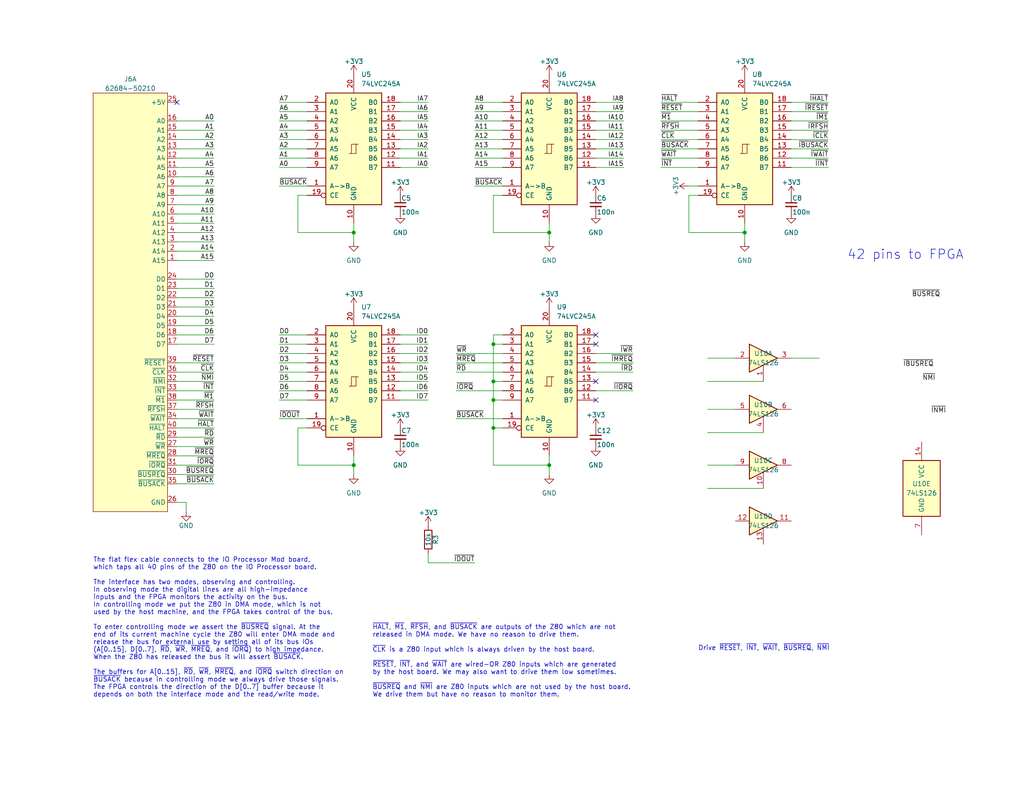
<source format=kicad_sch>
(kicad_sch (version 20211123) (generator eeschema)
  (paper "USLetter")
  (title_block (title "1240-Pi ROM Pack") (date "2022-05-21") (rev "1.0") (company "© 2022 Sam Hanes, licensed under CERN-OHL-S v2+") (comment 1 "https://github.com/Elemecca/1240pi"))
  (lib_symbols
    (symbol "0Local:Conn_HostFlex"
      (property "Reference" "J" (at 0 3.81 0))
      (property "Value" "Conn_HostFlex" (at 0 1.27 0))
      (symbol "Conn_HostFlex_1_1"
        (rectangle (start 10.16 0) (end -10.16 -114.3) (fill (type background)))
        (pin passive line (at 12.7 -45.72 180) (length 2.54) (name "A15") (number "1"))
        (pin passive line (at 12.7 -22.86 180) (length 2.54) (name "A6") (number "10"))
        (pin passive line (at 12.7 -20.32 180) (length 2.54) (name "A5") (number "11"))
        (pin passive line (at 12.7 -17.78 180) (length 2.54) (name "A4") (number "12"))
        (pin passive line (at 12.7 -15.24 180) (length 2.54) (name "A3") (number "13"))
        (pin passive line (at 12.7 -12.7 180) (length 2.54) (name "A2") (number "14"))
        (pin passive line (at 12.7 -10.16 180) (length 2.54) (name "A1") (number "15"))
        (pin passive line (at 12.7 -7.62 180) (length 2.54) (name "A0") (number "16"))
        (pin passive line (at 12.7 -68.58 180) (length 2.54) (name "D7") (number "17"))
        (pin passive line (at 12.7 -66.04 180) (length 2.54) (name "D6") (number "18"))
        (pin passive line (at 12.7 -63.5 180) (length 2.54) (name "D5") (number "19"))
        (pin passive line (at 12.7 -43.18 180) (length 2.54) (name "A14") (number "2"))
        (pin passive line (at 12.7 -60.96 180) (length 2.54) (name "D4") (number "20"))
        (pin passive line (at 12.7 -58.42 180) (length 2.54) (name "D3") (number "21"))
        (pin passive line (at 12.7 -55.88 180) (length 2.54) (name "D2") (number "22"))
        (pin passive line (at 12.7 -53.34 180) (length 2.54) (name "D1") (number "23"))
        (pin passive line (at 12.7 -50.8 180) (length 2.54) (name "D0") (number "24"))
        (pin power_out line (at 12.7 -2.54 180) (length 2.54) (name "+5V") (number "25"))
        (pin power_out line (at 12.7 -111.76 180) (length 2.54) (name "GND") (number "26"))
        (pin passive line (at 12.7 -96.52 180) (length 2.54) (name "~{WR}") (number "27"))
        (pin passive line (at 12.7 -99.06 180) (length 2.54) (name "~{MREQ}") (number "28"))
        (pin passive line (at 12.7 -93.98 180) (length 2.54) (name "~{RD}") (number "29"))
        (pin passive line (at 12.7 -40.64 180) (length 2.54) (name "A13") (number "3"))
        (pin passive line (at 12.7 -104.14 180) (length 2.54) (name "~{BUSREQ}") (number "30"))
        (pin passive line (at 12.7 -101.6 180) (length 2.54) (name "~{IORQ}") (number "31"))
        (pin passive line (at 12.7 -78.74 180) (length 2.54) (name "~{NMI}") (number "32"))
        (pin passive line (at 12.7 -81.28 180) (length 2.54) (name "~{INT}") (number "33"))
        (pin passive line (at 12.7 -88.9 180) (length 2.54) (name "~{WAIT}") (number "34"))
        (pin passive line (at 12.7 -106.68 180) (length 2.54) (name "~{BUSACK}") (number "35"))
        (pin passive line (at 12.7 -76.2 180) (length 2.54) (name "~{CLK}") (number "36"))
        (pin passive line (at 12.7 -86.36 180) (length 2.54) (name "~{RFSH}") (number "37"))
        (pin passive line (at 12.7 -83.82 180) (length 2.54) (name "~{M1}") (number "38"))
        (pin passive line (at 12.7 -73.66 180) (length 2.54) (name "~{RESET}") (number "39"))
        (pin passive line (at 12.7 -38.1 180) (length 2.54) (name "A12") (number "4"))
        (pin passive line (at 12.7 -91.44 180) (length 2.54) (name "~{HALT}") (number "40"))
        (pin passive line (at 12.7 -35.56 180) (length 2.54) (name "A11") (number "5"))
        (pin passive line (at 12.7 -33.02 180) (length 2.54) (name "A10") (number "6"))
        (pin passive line (at 12.7 -30.48 180) (length 2.54) (name "A9") (number "7"))
        (pin passive line (at 12.7 -27.94 180) (length 2.54) (name "A8") (number "8"))
        (pin passive line (at 12.7 -25.4 180) (length 2.54) (name "A7") (number "9"))
      )
      (symbol "Conn_HostFlex_2_1"
        (rectangle (start 10.16 0) (end -10.16 -20.32) (fill (type background)))
        (pin passive line (at 12.7 -12.7 180) (length 2.54) (name "~{EXT_EN}") (number "41"))
        (pin passive line (at 12.7 -17.78 180) (length 2.54) hide (name "GND") (number "42"))
        (pin passive line (at 12.7 -2.54 180) (length 2.54) (name "PIX_CLK") (number "43"))
        (pin passive line (at 12.7 -17.78 180) (length 2.54) hide (name "GND") (number "44"))
        (pin passive line (at 12.7 -5.08 180) (length 2.54) (name "VIDEO") (number "45"))
        (pin passive line (at 12.7 -17.78 180) (length 2.54) hide (name "GND") (number "46"))
        (pin passive line (at 12.7 -7.62 180) (length 2.54) (name "~{HDRIVE}") (number "47"))
        (pin passive line (at 12.7 -17.78 180) (length 2.54) hide (name "GND") (number "48"))
        (pin passive line (at 12.7 -10.16 180) (length 2.54) (name "VDRIVE_GREEN") (number "49"))
        (pin power_out line (at 12.7 -17.78 180) (length 2.54) (name "GND") (number "50"))
      )
    )
    (symbol "74xx:74LS126" (pin_names (offset 1.016))
      (property "Reference" "U" (at 0 1.27 0))
      (property "Value" "74LS126" (at 0 -1.27 0))
      (symbol "74LS126_1_0"
        (polyline (pts (xy -3.81 3.81) (xy -3.81 -3.81) (xy 3.81 0) (xy -3.81 3.81)) (stroke (width 0.254)) (fill (type background)))
        (pin input line (at 0 -6.35 90) (length 4.445) (name "~") (number "1"))
        (pin input line (at -7.62 0 0) (length 3.81) (name "~") (number "2"))
        (pin tri_state line (at 7.62 0 180) (length 3.81) (name "~") (number "3"))
      )
      (symbol "74LS126_2_0"
        (polyline (pts (xy -3.81 3.81) (xy -3.81 -3.81) (xy 3.81 0) (xy -3.81 3.81)) (stroke (width 0.254)) (fill (type background)))
        (pin input line (at 0 -6.35 90) (length 4.445) (name "~") (number "4"))
        (pin input line (at -7.62 0 0) (length 3.81) (name "~") (number "5"))
        (pin tri_state line (at 7.62 0 180) (length 3.81) (name "~") (number "6"))
      )
      (symbol "74LS126_3_0"
        (polyline (pts (xy -3.81 3.81) (xy -3.81 -3.81) (xy 3.81 0) (xy -3.81 3.81)) (stroke (width 0.254)) (fill (type background)))
        (pin input line (at 0 -6.35 90) (length 4.445) (name "~") (number "10"))
        (pin tri_state line (at 7.62 0 180) (length 3.81) (name "~") (number "8"))
        (pin input line (at -7.62 0 0) (length 3.81) (name "~") (number "9"))
      )
      (symbol "74LS126_4_0"
        (polyline (pts (xy -3.81 3.81) (xy -3.81 -3.81) (xy 3.81 0) (xy -3.81 3.81)) (stroke (width 0.254)) (fill (type background)))
        (pin tri_state line (at 7.62 0 180) (length 3.81) (name "~") (number "11"))
        (pin input line (at -7.62 0 0) (length 3.81) (name "~") (number "12"))
        (pin input line (at 0 -6.35 90) (length 4.445) (name "~") (number "13"))
      )
      (symbol "74LS126_5_0"
        (pin power_in line (at 0 12.7 270) (length 5.08) (name "VCC") (number "14"))
        (pin power_in line (at 0 -12.7 90) (length 5.08) (name "GND") (number "7"))
      )
      (symbol "74LS126_5_1"
        (rectangle (start -5.08 7.62) (end 5.08 -7.62) (stroke (width 0.254)) (fill (type background)))
      )
    )
    (symbol "74xx:74LS245" (pin_names (offset 1.016))
      (property "Reference" "U" (at -7.62 16.51 0))
      (property "Value" "74LS245" (at -7.62 -16.51 0))
      (symbol "74LS245_1_0"
        (polyline (pts (xy -0.635 -1.27) (xy -0.635 1.27) (xy 0.635 1.27)))
        (polyline (pts (xy -1.27 -1.27) (xy 0.635 -1.27) (xy 0.635 1.27) (xy 1.27 1.27)))
        (pin input line (at -12.7 -10.16 0) (length 5.08) (name "A->B") (number "1"))
        (pin power_in line (at 0 -20.32 90) (length 5.08) (name "GND") (number "10"))
        (pin tri_state line (at 12.7 -5.08 180) (length 5.08) (name "B7") (number "11"))
        (pin tri_state line (at 12.7 -2.54 180) (length 5.08) (name "B6") (number "12"))
        (pin tri_state line (at 12.7 0 180) (length 5.08) (name "B5") (number "13"))
        (pin tri_state line (at 12.7 2.54 180) (length 5.08) (name "B4") (number "14"))
        (pin tri_state line (at 12.7 5.08 180) (length 5.08) (name "B3") (number "15"))
        (pin tri_state line (at 12.7 7.62 180) (length 5.08) (name "B2") (number "16"))
        (pin tri_state line (at 12.7 10.16 180) (length 5.08) (name "B1") (number "17"))
        (pin tri_state line (at 12.7 12.7 180) (length 5.08) (name "B0") (number "18"))
        (pin input inverted (at -12.7 -12.7 0) (length 5.08) (name "CE") (number "19"))
        (pin tri_state line (at -12.7 12.7 0) (length 5.08) (name "A0") (number "2"))
        (pin power_in line (at 0 20.32 270) (length 5.08) (name "VCC") (number "20"))
        (pin tri_state line (at -12.7 10.16 0) (length 5.08) (name "A1") (number "3"))
        (pin tri_state line (at -12.7 7.62 0) (length 5.08) (name "A2") (number "4"))
        (pin tri_state line (at -12.7 5.08 0) (length 5.08) (name "A3") (number "5"))
        (pin tri_state line (at -12.7 2.54 0) (length 5.08) (name "A4") (number "6"))
        (pin tri_state line (at -12.7 0 0) (length 5.08) (name "A5") (number "7"))
        (pin tri_state line (at -12.7 -2.54 0) (length 5.08) (name "A6") (number "8"))
        (pin tri_state line (at -12.7 -5.08 0) (length 5.08) (name "A7") (number "9"))
      )
      (symbol "74LS245_1_1"
        (rectangle (start -7.62 15.24) (end 7.62 -15.24) (stroke (width 0.254)) (fill (type background)))
      )
    )
    (symbol "Device:C_Small" (pin_numbers hide) (pin_names (offset 0.254) hide)
      (property "Reference" "C" (at 0.254 1.778 0))
      (property "Value" "C_Small" (at 0.254 -2.032 0))
      (symbol "C_Small_0_1"
        (polyline (pts (xy -1.524 -0.508) (xy 1.524 -0.508)) (stroke (width 0.3302)))
        (polyline (pts (xy -1.524 0.508) (xy 1.524 0.508)) (stroke (width 0.3048)))
      )
      (symbol "C_Small_1_1"
        (pin passive line (at 0 2.54 270) (length 2.032) (name "~") (number "1"))
        (pin passive line (at 0 -2.54 90) (length 2.032) (name "~") (number "2"))
      )
    )
    (symbol "Device:R" (pin_numbers hide) (pin_names (offset 0))
      (property "Reference" "R" (at 2.032 0 90))
      (property "Value" "R" (at 0 0 90))
      (symbol "R_0_1"
        (rectangle (start -1.016 -2.54) (end 1.016 2.54) (stroke (width 0.254)))
      )
      (symbol "R_1_1"
        (pin passive line (at 0 3.81 270) (length 1.27) (name "~") (number "1"))
        (pin passive line (at 0 -3.81 90) (length 1.27) (name "~") (number "2"))
      )
    )
    (symbol "power:+3V3" (power) (pin_names (offset 0))
      (property "Value" "+3V3" (at 0 3.556 0))
      (symbol "+3V3_0_1"
        (polyline (pts (xy -0.762 1.27) (xy 0 2.54)))
        (polyline (pts (xy 0 0) (xy 0 2.54)))
        (polyline (pts (xy 0 2.54) (xy 0.762 1.27)))
      )
      (symbol "+3V3_1_1"
        (pin power_in line (at 0 0 90) (length 0) hide (name "+3V3") (number "1"))
      )
    )
    (symbol "power:GND" (power) (pin_names (offset 0))
      (property "Value" "GND" (at 0 -3.81 0))
      (symbol "GND_0_1"
        (polyline (pts (xy 0 0) (xy 0 -1.27) (xy 1.27 -1.27) (xy 0 -2.54) (xy -1.27 -1.27) (xy 0 -1.27)))
      )
      (symbol "GND_1_1"
        (pin power_in line (at 0 0 270) (length 0) hide (name "GND") (number "1"))
      )
    )
  )
  (junction (at 134.62 109.22))
  (junction (at 134.62 116.84))
  (junction (at 149.86 127))
  (junction (at 96.52 63.5))
  (junction (at 96.52 127))
  (junction (at 149.86 63.5))
  (junction (at 134.62 104.14))
  (junction (at 134.62 93.98))
  (junction (at 203.2 63.5))
  (no_connect (at 162.56 109.22))
  (no_connect (at 162.56 104.14))
  (no_connect (at 48.26 27.94))
  (no_connect (at 162.56 91.44))
  (no_connect (at 162.56 93.98))
  (wire (pts (xy 76.2 104.14) (xy 83.82 104.14)))
  (wire (pts (xy 124.46 106.68) (xy 137.16 106.68)))
  (wire (pts (xy 48.26 91.44) (xy 58.42 91.44)))
  (wire (pts (xy 215.9 35.56) (xy 226.06 35.56)))
  (wire (pts (xy 190.5 50.8) (xy 187.96 50.8)))
  (wire (pts (xy 170.18 35.56) (xy 162.56 35.56)))
  (wire (pts (xy 187.96 53.34) (xy 190.5 53.34)))
  (wire (pts (xy 48.26 101.6) (xy 58.42 101.6)))
  (wire (pts (xy 180.34 33.02) (xy 190.5 33.02)))
  (wire (pts (xy 124.46 96.52) (xy 137.16 96.52)))
  (wire (pts (xy 134.62 63.5) (xy 149.86 63.5)))
  (wire (pts (xy 215.9 38.1) (xy 226.06 38.1)))
  (wire (pts (xy 170.18 38.1) (xy 162.56 38.1)))
  (wire (pts (xy 134.62 53.34) (xy 137.16 53.34)))
  (wire (pts (xy 134.62 116.84) (xy 134.62 127)))
  (wire (pts (xy 129.54 45.72) (xy 137.16 45.72)))
  (wire (pts (xy 180.34 38.1) (xy 190.5 38.1)))
  (wire (pts (xy 96.52 63.5) (xy 96.52 66.04)))
  (wire (pts (xy 116.84 30.48) (xy 109.22 30.48)))
  (wire (pts (xy 81.28 116.84) (xy 83.82 116.84)))
  (wire (pts (xy 76.2 99.06) (xy 83.82 99.06)))
  (wire (pts (xy 48.26 45.72) (xy 58.42 45.72)))
  (wire (pts (xy 48.26 33.02) (xy 58.42 33.02)))
  (wire (pts (xy 76.2 91.44) (xy 83.82 91.44)))
  (wire (pts (xy 48.26 127) (xy 58.42 127)))
  (wire (pts (xy 134.62 104.14) (xy 137.16 104.14)))
  (wire (pts (xy 116.84 91.44) (xy 109.22 91.44)))
  (wire (pts (xy 48.26 132.08) (xy 58.42 132.08)))
  (wire (pts (xy 116.84 35.56) (xy 109.22 35.56)))
  (wire (pts (xy 96.52 127) (xy 96.52 124.46)))
  (wire (pts (xy 134.62 109.22) (xy 137.16 109.22)))
  (wire (pts (xy 193.04 118.11) (xy 208.28 118.11)))
  (wire (pts (xy 81.28 63.5) (xy 96.52 63.5)))
  (wire (pts (xy 215.9 40.64) (xy 226.06 40.64)))
  (wire (pts (xy 48.26 81.28) (xy 58.42 81.28)))
  (wire (pts (xy 48.26 50.8) (xy 58.42 50.8)))
  (wire (pts (xy 203.2 63.5) (xy 203.2 60.96)))
  (wire (pts (xy 76.2 43.18) (xy 83.82 43.18)))
  (wire (pts (xy 48.26 58.42) (xy 58.42 58.42)))
  (wire (pts (xy 124.46 114.3) (xy 137.16 114.3)))
  (wire (pts (xy 81.28 127) (xy 96.52 127)))
  (wire (pts (xy 76.2 114.3) (xy 83.82 114.3)))
  (wire (pts (xy 134.62 53.34) (xy 134.62 63.5)))
  (wire (pts (xy 124.46 99.06) (xy 137.16 99.06)))
  (wire (pts (xy 215.9 27.94) (xy 226.06 27.94)))
  (wire (pts (xy 48.26 109.22) (xy 58.42 109.22)))
  (wire (pts (xy 48.26 124.46) (xy 58.42 124.46)))
  (wire (pts (xy 137.16 50.8) (xy 129.54 50.8)))
  (wire (pts (xy 124.46 101.6) (xy 137.16 101.6)))
  (wire (pts (xy 215.9 30.48) (xy 226.06 30.48)))
  (wire (pts (xy 48.26 119.38) (xy 58.42 119.38)))
  (wire (pts (xy 50.8 137.16) (xy 48.26 137.16)))
  (wire (pts (xy 116.84 104.14) (xy 109.22 104.14)))
  (wire (pts (xy 48.26 106.68) (xy 58.42 106.68)))
  (wire (pts (xy 50.8 139.7) (xy 50.8 137.16)))
  (wire (pts (xy 129.54 40.64) (xy 137.16 40.64)))
  (wire (pts (xy 48.26 104.14) (xy 58.42 104.14)))
  (wire (pts (xy 193.04 133.35) (xy 208.28 133.35)))
  (wire (pts (xy 81.28 116.84) (xy 81.28 127)))
  (wire (pts (xy 129.54 38.1) (xy 137.16 38.1)))
  (wire (pts (xy 81.28 53.34) (xy 81.28 63.5)))
  (wire (pts (xy 193.04 104.14) (xy 208.28 104.14)))
  (wire (pts (xy 137.16 93.98) (xy 134.62 93.98)))
  (wire (pts (xy 180.34 30.48) (xy 190.5 30.48)))
  (wire (pts (xy 129.54 27.94) (xy 137.16 27.94)))
  (wire (pts (xy 96.52 63.5) (xy 96.52 60.96)))
  (wire (pts (xy 48.26 114.3) (xy 58.42 114.3)))
  (wire (pts (xy 76.2 106.68) (xy 83.82 106.68)))
  (wire (pts (xy 48.26 76.2) (xy 58.42 76.2)))
  (wire (pts (xy 129.54 35.56) (xy 137.16 35.56)))
  (wire (pts (xy 48.26 40.64) (xy 58.42 40.64)))
  (wire (pts (xy 116.84 106.68) (xy 109.22 106.68)))
  (wire (pts (xy 76.2 38.1) (xy 83.82 38.1)))
  (wire (pts (xy 149.86 127) (xy 149.86 129.54)))
  (wire (pts (xy 76.2 33.02) (xy 83.82 33.02)))
  (wire (pts (xy 180.34 45.72) (xy 190.5 45.72)))
  (wire (pts (xy 48.26 99.06) (xy 58.42 99.06)))
  (wire (pts (xy 48.26 43.18) (xy 58.42 43.18)))
  (wire (pts (xy 134.62 127) (xy 149.86 127)))
  (wire (pts (xy 76.2 45.72) (xy 83.82 45.72)))
  (wire (pts (xy 215.9 45.72) (xy 226.06 45.72)))
  (wire (pts (xy 162.56 99.06) (xy 172.72 99.06)))
  (wire (pts (xy 193.04 111.76) (xy 200.66 111.76)))
  (wire (pts (xy 170.18 33.02) (xy 162.56 33.02)))
  (wire (pts (xy 134.62 93.98) (xy 134.62 91.44)))
  (wire (pts (xy 149.86 127) (xy 149.86 124.46)))
  (wire (pts (xy 48.26 78.74) (xy 58.42 78.74)))
  (wire (pts (xy 48.26 116.84) (xy 58.42 116.84)))
  (wire (pts (xy 149.86 63.5) (xy 149.86 60.96)))
  (wire (pts (xy 48.26 88.9) (xy 58.42 88.9)))
  (wire (pts (xy 116.84 93.98) (xy 109.22 93.98)))
  (wire (pts (xy 193.04 97.79) (xy 200.66 97.79)))
  (wire (pts (xy 170.18 43.18) (xy 162.56 43.18)))
  (wire (pts (xy 76.2 101.6) (xy 83.82 101.6)))
  (wire (pts (xy 180.34 40.64) (xy 190.5 40.64)))
  (wire (pts (xy 48.26 60.96) (xy 58.42 60.96)))
  (wire (pts (xy 76.2 96.52) (xy 83.82 96.52)))
  (wire (pts (xy 129.54 33.02) (xy 137.16 33.02)))
  (wire (pts (xy 129.54 43.18) (xy 137.16 43.18)))
  (wire (pts (xy 76.2 27.94) (xy 83.82 27.94)))
  (wire (pts (xy 193.04 127) (xy 200.66 127)))
  (wire (pts (xy 81.28 53.34) (xy 83.82 53.34)))
  (wire (pts (xy 162.56 101.6) (xy 172.72 101.6)))
  (wire (pts (xy 187.96 53.34) (xy 187.96 63.5)))
  (wire (pts (xy 129.54 30.48) (xy 137.16 30.48)))
  (wire (pts (xy 48.26 83.82) (xy 58.42 83.82)))
  (wire (pts (xy 48.26 93.98) (xy 58.42 93.98)))
  (wire (pts (xy 149.86 63.5) (xy 149.86 66.04)))
  (wire (pts (xy 116.84 151.13) (xy 116.84 153.67)))
  (wire (pts (xy 48.26 121.92) (xy 58.42 121.92)))
  (wire (pts (xy 48.26 63.5) (xy 58.42 63.5)))
  (wire (pts (xy 48.26 71.12) (xy 58.42 71.12)))
  (wire (pts (xy 180.34 27.94) (xy 190.5 27.94)))
  (wire (pts (xy 116.84 27.94) (xy 109.22 27.94)))
  (wire (pts (xy 116.84 99.06) (xy 109.22 99.06)))
  (wire (pts (xy 116.84 43.18) (xy 109.22 43.18)))
  (wire (pts (xy 48.26 66.04) (xy 58.42 66.04)))
  (wire (pts (xy 170.18 40.64) (xy 162.56 40.64)))
  (wire (pts (xy 116.84 45.72) (xy 109.22 45.72)))
  (wire (pts (xy 215.9 97.79) (xy 223.52 97.79)))
  (wire (pts (xy 76.2 109.22) (xy 83.82 109.22)))
  (wire (pts (xy 48.26 53.34) (xy 58.42 53.34)))
  (wire (pts (xy 170.18 45.72) (xy 162.56 45.72)))
  (wire (pts (xy 134.62 109.22) (xy 134.62 116.84)))
  (wire (pts (xy 76.2 93.98) (xy 83.82 93.98)))
  (wire (pts (xy 76.2 30.48) (xy 83.82 30.48)))
  (wire (pts (xy 116.84 38.1) (xy 109.22 38.1)))
  (wire (pts (xy 134.62 116.84) (xy 137.16 116.84)))
  (wire (pts (xy 76.2 40.64) (xy 83.82 40.64)))
  (wire (pts (xy 170.18 30.48) (xy 162.56 30.48)))
  (wire (pts (xy 48.26 111.76) (xy 58.42 111.76)))
  (wire (pts (xy 134.62 104.14) (xy 134.62 109.22)))
  (wire (pts (xy 96.52 127) (xy 96.52 129.54)))
  (wire (pts (xy 48.26 35.56) (xy 58.42 35.56)))
  (wire (pts (xy 116.84 33.02) (xy 109.22 33.02)))
  (wire (pts (xy 215.9 43.18) (xy 226.06 43.18)))
  (wire (pts (xy 162.56 106.68) (xy 172.72 106.68)))
  (wire (pts (xy 48.26 38.1) (xy 58.42 38.1)))
  (wire (pts (xy 76.2 35.56) (xy 83.82 35.56)))
  (wire (pts (xy 83.82 50.8) (xy 76.2 50.8)))
  (wire (pts (xy 203.2 63.5) (xy 203.2 66.04)))
  (wire (pts (xy 116.84 153.67) (xy 129.54 153.67)))
  (wire (pts (xy 48.26 68.58) (xy 58.42 68.58)))
  (wire (pts (xy 116.84 40.64) (xy 109.22 40.64)))
  (wire (pts (xy 170.18 27.94) (xy 162.56 27.94)))
  (wire (pts (xy 48.26 48.26) (xy 58.42 48.26)))
  (wire (pts (xy 116.84 109.22) (xy 109.22 109.22)))
  (wire (pts (xy 48.26 86.36) (xy 58.42 86.36)))
  (wire (pts (xy 116.84 96.52) (xy 109.22 96.52)))
  (wire (pts (xy 116.84 101.6) (xy 109.22 101.6)))
  (wire (pts (xy 48.26 55.88) (xy 58.42 55.88)))
  (wire (pts (xy 48.26 129.54) (xy 58.42 129.54)))
  (wire (pts (xy 180.34 43.18) (xy 190.5 43.18)))
  (wire (pts (xy 187.96 63.5) (xy 203.2 63.5)))
  (wire (pts (xy 180.34 35.56) (xy 190.5 35.56)))
  (wire (pts (xy 215.9 33.02) (xy 226.06 33.02)))
  (wire (pts (xy 134.62 91.44) (xy 137.16 91.44)))
  (wire (pts (xy 162.56 96.52) (xy 172.72 96.52)))
  (wire (pts (xy 134.62 93.98) (xy 134.62 104.14)))
  (text "Drive ~{RESET}, ~{INT}, ~{WAIT}, ~{BUSREQ}, ~{NMI}\n" (at 190.5 177.8 0) (effects (font (size 1.27 1.27)) (justify left bottom)))
  (text "The flat flex cable connects to the IO Processor Mod board,\nwhich taps all 40 pins of the Z80 on the IO Processor board.\n\nThe interface has two modes, observing and controlling.\nIn observing mode the digital lines are all high-impedance\ninputs and the FPGA monitors the activity on the bus.\nIn controlling mode we put the Z80 in DMA mode, which is not\nused by the host machine, and the FPGA takes control of the bus.\n\nTo enter controlling mode we assert the ~{BUSREQ} signal. At the\nend of its current machine cycle the Z80 will enter DMA mode and\nrelease the bus for external use by setting all of its bus IOs\n(A[0..15], D[0..7], ~{RD}, ~{WR}, ~{MREQ}, and ~{IORQ}) to high impedance.\nWhen the Z80 has released the bus it will assert ~{BUSACK}.\n\nThe buffers for A[0..15], ~{RD}, ~{WR}, ~{MREQ}, and ~{IORQ} switch direction on\n~{BUSACK} because in controlling mode we always drive those signals.\nThe FPGA controls the direction of the D[0..7] buffer because it\ndepends on both the interface mode and the read/write mode." (at 25.4 190.5 0) (effects (font (size 1.27 1.27)) (justify left bottom)))
  (text "42 pins to FPGA" (at 231.14 71.12 0) (effects (font (size 2.54 2.54)) (justify left bottom)))
  (text "~{HALT}, ~{M1}, ~{RFSH}, and ~{BUSACK} are outputs of the Z80 which are not\nreleased in DMA mode. We have no reason to drive them.\n\n~{CLK} is a Z80 input which is always driven by the host board.\n\n~{RESET}, ~{INT}, and ~{WAIT} are wired-OR Z80 inputs which are generated\nby the host board. We may also want to drive them low sometimes.\n\n~{BUSREQ} and ~{NMI} are Z80 inputs which are not used by the host board.\nWe drive them but have no reason to monitor them." (at 101.6 190.5 0) (effects (font (size 1.27 1.27)) (justify left bottom)))
  (label "ID7" (at 116.84 109.22 180))
  (label "D0" (at 76.2 91.44 0))
  (label "D1" (at 58.42 78.74 180))
  (label "A2" (at 58.42 38.1 180))
  (label "~{M1}" (at 180.34 33.02 0))
  (label "ID3" (at 116.84 99.06 180))
  (label "~{IMREQ}" (at 172.72 99.06 180))
  (label "IA11" (at 170.18 35.56 180))
  (label "A4" (at 58.42 43.18 180))
  (label "~{M1}" (at 58.42 109.22 180))
  (label "~{INT}" (at 58.42 106.68 180))
  (label "D0" (at 58.42 76.2 180))
  (label "~{NMI}" (at 255.27 104.14 180))
  (label "~{BUSREQ}" (at 256.54 81.28 180))
  (label "IA0" (at 116.84 45.72 180))
  (label "A5" (at 58.42 45.72 180))
  (label "~{RFSH}" (at 58.42 111.76 180))
  (label "~{IWAIT}" (at 226.06 43.18 180))
  (label "~{ICLK}" (at 226.06 38.1 180))
  (label "IA7" (at 116.84 27.94 180))
  (label "A1" (at 76.2 43.18 0))
  (label "~{WAIT}" (at 180.34 43.18 0))
  (label "A10" (at 129.54 33.02 0))
  (label "D3" (at 76.2 99.06 0))
  (label "A13" (at 58.42 66.04 180))
  (label "A6" (at 58.42 48.26 180))
  (label "IA5" (at 116.84 33.02 180))
  (label "A15" (at 58.42 71.12 180))
  (label "ID4" (at 116.84 101.6 180))
  (label "IA10" (at 170.18 33.02 180))
  (label "~{IDOUT}" (at 129.54 153.67 180))
  (label "A9" (at 129.54 30.48 0))
  (label "~{IORQ}" (at 124.46 106.68 0))
  (label "ID6" (at 116.84 106.68 180))
  (label "~{WR}" (at 58.42 121.92 180))
  (label "~{IRESET}" (at 226.06 30.48 180))
  (label "~{BUSACK}" (at 76.2 50.8 0))
  (label "~{WR}" (at 124.46 96.52 0))
  (label "IA14" (at 170.18 43.18 180))
  (label "IA4" (at 116.84 35.56 180))
  (label "A7" (at 76.2 27.94 0))
  (label "D5" (at 58.42 88.9 180))
  (label "IA13" (at 170.18 40.64 180))
  (label "A8" (at 129.54 27.94 0))
  (label "~{INT}" (at 180.34 45.72 0))
  (label "A1" (at 58.42 35.56 180))
  (label "D7" (at 76.2 109.22 0))
  (label "~{CLK}" (at 58.42 101.6 180))
  (label "A13" (at 129.54 40.64 0))
  (label "IA12" (at 170.18 38.1 180))
  (label "A12" (at 58.42 63.5 180))
  (label "A14" (at 58.42 68.58 180))
  (label "A0" (at 76.2 45.72 0))
  (label "D6" (at 76.2 106.68 0))
  (label "ID0" (at 116.84 91.44 180))
  (label "IA3" (at 116.84 38.1 180))
  (label "~{IDOUT}" (at 76.2 114.3 0))
  (label "~{IRFSH}" (at 226.06 35.56 180))
  (label "~{IHALT}" (at 226.06 27.94 180))
  (label "~{NMI}" (at 58.42 104.14 180))
  (label "A8" (at 58.42 53.34 180))
  (label "~{HALT}" (at 180.34 27.94 0))
  (label "D1" (at 76.2 93.98 0))
  (label "~{IRD}" (at 172.72 101.6 180))
  (label "~{BUSREQ}" (at 58.42 129.54 180))
  (label "~{IBUSACK}" (at 226.06 40.64 180))
  (label "~{MREQ}" (at 124.46 99.06 0))
  (label "~{RFSH}" (at 180.34 35.56 0))
  (label "A2" (at 76.2 40.64 0))
  (label "IA15" (at 170.18 45.72 180))
  (label "~{IORQ}" (at 58.42 127 180))
  (label "A12" (at 129.54 38.1 0))
  (label "A10" (at 58.42 58.42 180))
  (label "A3" (at 58.42 40.64 180))
  (label "~{IINT}" (at 226.06 45.72 180))
  (label "D7" (at 58.42 93.98 180))
  (label "~{BUSACK}" (at 129.54 50.8 0))
  (label "A15" (at 129.54 45.72 0))
  (label "ID1" (at 116.84 93.98 180))
  (label "~{IM1}" (at 226.06 33.02 180))
  (label "~{INMI}" (at 254 113.03 0))
  (label "~{BUSACK}" (at 58.42 132.08 180))
  (label "IA8" (at 170.18 27.94 180))
  (label "IA9" (at 170.18 30.48 180))
  (label "D4" (at 76.2 101.6 0))
  (label "A7" (at 58.42 50.8 180))
  (label "IA1" (at 116.84 43.18 180))
  (label "IA2" (at 116.84 40.64 180))
  (label "~{IWR}" (at 172.72 96.52 180))
  (label "~{RD}" (at 124.46 101.6 0))
  (label "A4" (at 76.2 35.56 0))
  (label "D5" (at 76.2 104.14 0))
  (label "~{HALT}" (at 58.42 116.84 180))
  (label "~{WAIT}" (at 58.42 114.3 180))
  (label "A11" (at 129.54 35.56 0))
  (label "A14" (at 129.54 43.18 0))
  (label "D2" (at 58.42 81.28 180))
  (label "~{IIORQ}" (at 172.72 106.68 180))
  (label "A6" (at 76.2 30.48 0))
  (label "~{MREQ}" (at 58.42 124.46 180))
  (label "~{CLK}" (at 180.34 38.1 0))
  (label "D3" (at 58.42 83.82 180))
  (label "A11" (at 58.42 60.96 180))
  (label "D2" (at 76.2 96.52 0))
  (label "A5" (at 76.2 33.02 0))
  (label "~{RESET}" (at 180.34 30.48 0))
  (label "A0" (at 58.42 33.02 180))
  (label "D6" (at 58.42 91.44 180))
  (label "~{IBUSREQ}" (at 246.38 100.33 0))
  (label "IA6" (at 116.84 30.48 180))
  (label "~{RESET}" (at 58.42 99.06 180))
  (label "D4" (at 58.42 86.36 180))
  (label "ID2" (at 116.84 96.52 180))
  (label "~{BUSACK}" (at 124.46 114.3 0))
  (label "~{BUSACK}" (at 180.34 40.64 0))
  (label "A9" (at 58.42 55.88 180))
  (label "~{RD}" (at 58.42 119.38 180))
  (label "ID5" (at 116.84 104.14 180))
  (label "A3" (at 76.2 38.1 0))
  (symbol (lib_id "Device:C_Small") (at 162.56 55.88 0) (unit 1)
    (property "Reference" "C6" (at 162.814 54.102 0) (effects (justify left)))
    (property "Value" "100n" (at 162.814 57.912 0) (effects (justify left)))
    (property "Footprint" "Capacitor_SMD:C_0402_1005Metric" (effects hide))
  )
  (symbol (lib_id "power:+3V3") (at 96.52 20.32 0) (unit 1)
    (property "Reference" "#PWR018" (effects hide))
    (property "Value" "+3V3" (at 96.52 16.764 0))
  )
  (symbol (lib_id "power:+3V3") (at 149.86 20.32 0) (unit 1)
    (property "Reference" "#PWR023" (effects hide))
    (property "Value" "+3V3" (at 149.86 16.764 0))
  )
  (symbol (lib_id "Device:R") (at 116.84 147.32 0) (unit 1)
    (property "Reference" "R3" (at 118.872 147.32 90))
    (property "Value" "10k" (at 116.84 147.32 90))
    (property "Footprint" "Resistor_SMD:R_0402_1005Metric" (effects hide))
  )
  (symbol (lib_id "74xx:74LS245") (at 96.52 104.14 0) (unit 1)
    (property "Reference" "U7" (at 98.5394 83.82 0) (effects (justify left)))
    (property "Value" "74LVC245A" (at 98.5394 86.36 0) (effects (justify left)))
    (property "Footprint" "0Local:Nexperia_SOT764-1" (effects hide))
    (property "Datasheet" "https://assets.nexperia.com/documents/data-sheet/74LVC_LVCH245A.pdf" (effects hide))
  )
  (symbol (lib_id "74xx:74LS245") (at 203.2 40.64 0) (unit 1)
    (property "Reference" "U8" (at 205.2194 20.32 0) (effects (justify left)))
    (property "Value" "74LVC245A" (at 205.2194 22.86 0) (effects (justify left)))
    (property "Footprint" "0Local:Nexperia_SOT764-1" (effects hide))
    (property "Datasheet" "https://assets.nexperia.com/documents/data-sheet/74LVC_LVCH245A.pdf" (effects hide))
  )
  (symbol (lib_id "74xx:74LS126") (at 208.28 111.76 0) (unit 2)
    (property "Reference" "U10" (at 208.28 110.49 0))
    (property "Value" "74LS126" (at 208.28 113.03 0))
    (property "Datasheet" "http://www.ti.com/lit/gpn/sn74LS126" (effects hide))
  )
  (symbol (lib_id "power:GND") (at 149.86 129.54 0) (unit 1)
    (property "Reference" "#PWR040" (effects hide))
    (property "Value" "GND" (at 149.86 134.62 0))
  )
  (symbol (lib_id "power:+3V3") (at 203.2 20.32 0) (unit 1)
    (property "Reference" "#PWR032" (effects hide))
    (property "Value" "+3V3" (at 203.2 16.764 0))
  )
  (symbol (lib_id "power:GND") (at 203.2 66.04 0) (unit 1)
    (property "Reference" "#PWR033" (effects hide))
    (property "Value" "GND" (at 203.2 71.12 0))
  )
  (symbol (lib_id "74xx:74LS126") (at 208.28 127 0) (unit 3)
    (property "Reference" "U10" (at 208.28 125.73 0))
    (property "Value" "74LS126" (at 208.28 128.27 0))
    (property "Datasheet" "http://www.ti.com/lit/gpn/sn74LS126" (effects hide))
  )
  (symbol (lib_id "power:+3V3") (at 162.56 53.34 0) (unit 1)
    (property "Reference" "#PWR025" (effects hide))
    (property "Value" "+3V3" (at 162.56 49.784 0))
  )
  (symbol (lib_id "power:GND") (at 96.52 129.54 0) (unit 1)
    (property "Reference" "#PWR028" (effects hide))
    (property "Value" "GND" (at 96.52 134.62 0))
  )
  (symbol (lib_id "power:GND") (at 96.52 66.04 0) (unit 1)
    (property "Reference" "#PWR019" (effects hide))
    (property "Value" "GND" (at 96.52 71.12 0))
  )
  (symbol (lib_id "74xx:74LS245") (at 149.86 104.14 0) (unit 1)
    (property "Reference" "U9" (at 151.8794 83.82 0) (effects (justify left)))
    (property "Value" "74LVC245A" (at 151.8794 86.36 0) (effects (justify left)))
    (property "Footprint" "0Local:Nexperia_SOT764-1" (effects hide))
    (property "Datasheet" "https://assets.nexperia.com/documents/data-sheet/74LVC_LVCH245A.pdf" (effects hide))
  )
  (symbol (lib_id "74xx:74LS126") (at 208.28 97.79 0) (unit 1)
    (property "Reference" "U10" (at 208.28 96.52 0))
    (property "Value" "74LS126" (at 208.28 99.06 0))
    (property "Datasheet" "http://www.ti.com/lit/gpn/sn74LS126" (effects hide))
  )
  (symbol (lib_id "power:GND") (at 162.56 58.42 0) (unit 1)
    (property "Reference" "#PWR026" (effects hide))
    (property "Value" "GND" (at 162.56 63.5 0))
  )
  (symbol (lib_id "power:+3V3") (at 187.96 50.8 90) (unit 1)
    (property "Reference" "#PWR031" (effects hide))
    (property "Value" "+3V3" (at 184.404 50.8 0))
  )
  (symbol (lib_id "power:GND") (at 215.9 58.42 0) (unit 1)
    (property "Reference" "#PWR035" (effects hide))
    (property "Value" "GND" (at 215.9 63.5 0))
  )
  (symbol (lib_id "Device:C_Small") (at 162.56 119.38 0) (unit 1)
    (property "Reference" "C12" (at 162.814 117.602 0) (effects (justify left)))
    (property "Value" "100n" (at 162.814 121.412 0) (effects (justify left)))
    (property "Footprint" "Capacitor_SMD:C_0402_1005Metric" (effects hide))
  )
  (symbol (lib_id "power:GND") (at 109.22 121.92 0) (unit 1)
    (property "Reference" "#PWR030" (effects hide))
    (property "Value" "GND" (at 109.22 127 0))
  )
  (symbol (lib_id "Device:C_Small") (at 215.9 55.88 0) (unit 1)
    (property "Reference" "C8" (at 216.154 54.102 0) (effects (justify left)))
    (property "Value" "100n" (at 216.154 57.912 0) (effects (justify left)))
    (property "Footprint" "Capacitor_SMD:C_0402_1005Metric" (effects hide))
  )
  (symbol (lib_id "power:+3V3") (at 109.22 116.84 0) (unit 1)
    (property "Reference" "#PWR029" (effects hide))
    (property "Value" "+3V3" (at 109.22 113.284 0))
  )
  (symbol (lib_id "power:+3V3") (at 116.84 143.51 0) (unit 1)
    (property "Reference" "#PWR036" (effects hide))
    (property "Value" "+3V3" (at 116.84 139.954 0))
  )
  (symbol (lib_id "power:GND") (at 162.56 121.92 0) (unit 1)
    (property "Reference" "#PWR042" (effects hide))
    (property "Value" "GND" (at 162.56 127 0))
  )
  (symbol (lib_id "Device:C_Small") (at 109.22 119.38 0) (unit 1)
    (property "Reference" "C7" (at 109.474 117.602 0) (effects (justify left)))
    (property "Value" "100n" (at 109.474 121.412 0) (effects (justify left)))
    (property "Footprint" "Capacitor_SMD:C_0402_1005Metric" (effects hide))
  )
  (symbol (lib_id "74xx:74LS245") (at 96.52 40.64 0) (unit 1)
    (property "Reference" "U5" (at 98.5394 20.32 0) (effects (justify left)))
    (property "Value" "74LVC245A" (at 98.5394 22.86 0) (effects (justify left)))
    (property "Footprint" "0Local:Nexperia_SOT764-1" (effects hide))
    (property "Datasheet" "https://assets.nexperia.com/documents/data-sheet/74LVC_LVCH245A.pdf" (effects hide))
  )
  (symbol (lib_id "power:+3V3") (at 149.86 83.82 0) (unit 1)
    (property "Reference" "#PWR039" (effects hide))
    (property "Value" "+3V3" (at 149.86 80.264 0))
  )
  (symbol (lib_id "power:GND") (at 50.8 139.7 0) (unit 1)
    (property "Reference" "#PWR016" (effects hide))
    (property "Value" "GND" (at 50.8 143.51 0))
  )
  (symbol (lib_id "power:+3V3") (at 215.9 53.34 0) (unit 1)
    (property "Reference" "#PWR034" (effects hide))
    (property "Value" "+3V3" (at 215.9 49.784 0))
  )
  (symbol (lib_id "power:+3V3") (at 109.22 53.34 0) (unit 1)
    (property "Reference" "#PWR020" (effects hide))
    (property "Value" "+3V3" (at 109.22 49.784 0))
  )
  (symbol (lib_id "power:GND") (at 109.22 58.42 0) (unit 1)
    (property "Reference" "#PWR021" (effects hide))
    (property "Value" "GND" (at 109.22 63.5 0))
  )
  (symbol (lib_id "Device:C_Small") (at 109.22 55.88 0) (unit 1)
    (property "Reference" "C5" (at 109.474 54.102 0) (effects (justify left)))
    (property "Value" "100n" (at 109.474 57.912 0) (effects (justify left)))
    (property "Footprint" "Capacitor_SMD:C_0402_1005Metric" (effects hide))
  )
  (symbol (lib_id "power:+3V3") (at 162.56 116.84 0) (unit 1)
    (property "Reference" "#PWR041" (effects hide))
    (property "Value" "+3V3" (at 162.56 113.284 0))
  )
  (symbol (lib_id "0Local:Conn_HostFlex") (at 35.56 25.4 0) (unit 1)
    (property "Reference" "J6" (at 35.56 21.59 0))
    (property "Value" "62684-50210" (at 35.56 24.13 0))
    (property "Footprint" "0Local:Amphenol_62684-50210" (effects hide))
  )
  (symbol (lib_id "74xx:74LS245") (at 149.86 40.64 0) (unit 1)
    (property "Reference" "U6" (at 151.8794 20.32 0) (effects (justify left)))
    (property "Value" "74LVC245A" (at 151.8794 22.86 0) (effects (justify left)))
    (property "Footprint" "0Local:Nexperia_SOT764-1" (effects hide))
    (property "Datasheet" "https://assets.nexperia.com/documents/data-sheet/74LVC_LVCH245A.pdf" (effects hide))
  )
  (symbol (lib_id "power:GND") (at 149.86 66.04 0) (unit 1)
    (property "Reference" "#PWR024" (effects hide))
    (property "Value" "GND" (at 149.86 71.12 0))
  )
  (symbol (lib_id "74xx:74LS126") (at 208.28 142.24 0) (unit 4)
    (property "Reference" "U10" (at 208.28 140.97 0))
    (property "Value" "74LS126" (at 208.28 143.51 0))
    (property "Datasheet" "http://www.ti.com/lit/gpn/sn74LS126" (effects hide))
  )
  (symbol (lib_id "74xx:74LS126") (at 251.46 133.35 0) (unit 5)
    (property "Reference" "U10" (at 251.46 132.08 0))
    (property "Value" "74LS126" (at 251.46 134.62 0))
    (property "Datasheet" "http://www.ti.com/lit/gpn/sn74LS126" (effects hide))
  )
  (symbol (lib_id "power:+3V3") (at 96.52 83.82 0) (unit 1)
    (property "Reference" "#PWR027" (effects hide))
    (property "Value" "+3V3" (at 96.52 80.264 0))
  )
)
</source>
